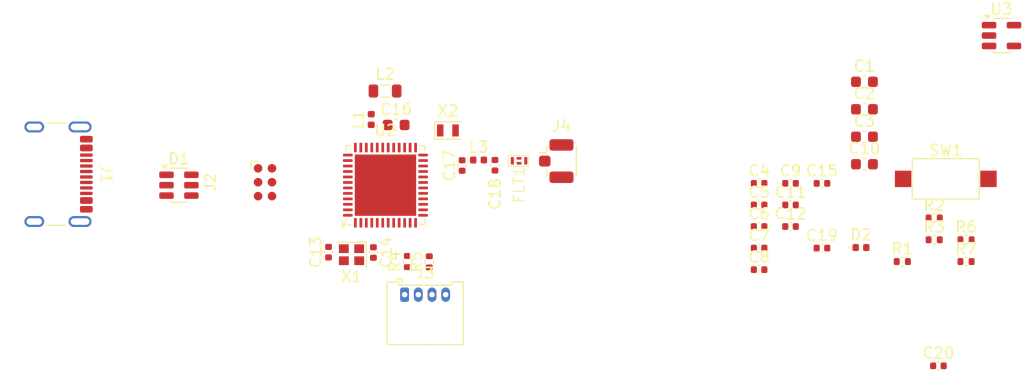
<source format=kicad_pcb>
(kicad_pcb (version 20241229) (generator "pcbnew") (generator_version "9.0")
  (layers (0 "F.Cu" signal) (4 "In1.Cu" signal) (6 "In2.Cu" signal) (2 "B.Cu" signal) (13 "F.Paste" user) (15 "B.Paste" user) (5 "F.SilkS" user "F.Silkscreen") (7 "B.SilkS" user "B.Silkscreen") (1 "F.Mask" user) (3 "B.Mask" user) (25 "Edge.Cuts" user))
  (net 0 "")
  (net 1 "+3V3")
  (net 2 "+5V")
  (net 3 "/LSE_OUT")
  (net 4 "/LSE_IN")
  (net 5 "/SWD_NRST")
  (net 6 "/SMPSFB")
  (net 7 "Net-(U2-RF1)")
  (net 8 "/RF_MATCH")
  (net 9 "/BOOT0")
  (net 10 "/USB_D-")
  (net 11 "/USBC_CC1")
  (net 12 "/USB_D+")
  (net 13 "Net-(D2-A)")
  (net 14 "Net-(D2-K)")
  (net 15 "/RF_ANT")
  (net 18 "/USBC_CC2")
  (net 19 "/SWD_CLK")
  (net 20 "/SWD_TRC")
  (net 21 "/SWD_DIO")
  (net 22 "Net-(J3-Pin_2)")
  (net 23 "Net-(J3-Pin_3)")
  (net 24 "/SMPSLXL")
  (net 25 "/SMPSLX")
  (net 26 "Net-(U2-PA2)")
  (net 27 "Net-(U2-PA3)")
  (net 28 "Net-(R7-Pad2)")
  (net 36 "/HSE_IN")
  (net 43 "/HSE_OUT")
  (footprint "Capacitor_SMD:C_0402_1005Metric" (layer "F.Cu") (at 128.865 93.835)
    (property "Reference" "C15" (at 0 -1.16 0) (layer "F.SilkS"))
    (property "Value" "100n")
    (fp_line (start -0.107836 -0.36) (end 0.107836 -0.36) (stroke (width 0.12)) (layer "F.SilkS"))
    (fp_line (start -0.107836 0.36) (end 0.107836 0.36) (stroke (width 0.12)) (layer "F.SilkS"))
    (pad "1" smd roundrect (at -0.48 0) (size 0.56 0.62) (layers "F.Cu" "F.Mask" "F.Paste") (net 5 "/SWD_NRST"))
    (pad "2" smd roundrect (at 0.48 0) (size 0.56 0.62) (layers "F.Cu" "F.Mask" "F.Paste") (net 1 "+3V3"))
  )
  (footprint "STM32_Footprints:DLF162500LT-5028A1" (layer "F.Cu") (at 101.2 91.7725)
    (property "Reference" "FLT1" (at 0.0125 2.2 90) (layer "F.SilkS") (effects (font (thickness 0.1))))
    (property "Value" "DLF162500LT-5028A1")
    (fp_line (start -1.01 -0.49) (end 0.85 -0.49) (stroke (width 0.1)) (layer "F.SilkS"))
    (fp_line (start -1.01 -0.22) (end -1.01 -0.49) (stroke (width 0.1)) (layer "F.SilkS"))
    (fp_line (start -0.98 0.5) (end -0.98 0.19) (stroke (width 0.1)) (layer "F.SilkS"))
    (fp_line (start 0.85 -0.49) (end 0.85 0.4) (stroke (width 0.1)) (layer "F.SilkS"))
    (fp_line (start 0.85 0.4) (end 0.85 0.5) (stroke (width 0.1)) (layer "F.SilkS"))
    (fp_line (start 0.85 0.5) (end -0.98 0.5) (stroke (width 0.1)) (layer "F.SilkS"))
    (fp_circle (center -1 -0.03) (end -0.95 -0.03) (stroke (width 0.1)) (fill no) (layer "F.SilkS"))
    (pad "1" smd roundrect (at -0.6125 0) (size 0.275 0.7) (layers "F.Cu" "F.Mask" "F.Paste") (net 8 "/RF_MATCH"))
    (pad "2" smd roundrect (at 0 0.2275) (size 0.45 0.245) (layers "F.Cu" "F.Mask" "F.Paste") (net 1 "+3V3"))
    (pad "3" smd roundrect (at 0.6125 0) (size 0.275 0.7) (layers "F.Cu" "F.Mask" "F.Paste") (net 15 "/RF_ANT"))
    (pad "4" smd roundrect (at 0 -0.2275) (size 0.45 0.245) (layers "F.Cu" "F.Mask" "F.Paste") (net 1 "+3V3"))
  )
  (footprint "Capacitor_SMD:C_0603_1608Metric" (layer "F.Cu") (at 132.745 92.085)
    (property "Reference" "C10" (at 0 -1.43 0) (layer "F.SilkS"))
    (property "Value" "4u7")
    (fp_line (start -0.14058 -0.51) (end 0.14058 -0.51) (stroke (width 0.12)) (layer "F.SilkS"))
    (fp_line (start -0.14058 0.51) (end 0.14058 0.51) (stroke (width 0.12)) (layer "F.SilkS"))
    (pad "1" smd roundrect (at -0.775 0) (size 0.9 0.95) (layers "F.Cu" "F.Mask" "F.Paste") (net 1 "+3V3"))
    (pad "2" smd roundrect (at 0.775 0) (size 0.9 0.95) (layers "F.Cu" "F.Mask" "F.Paste") (net 1 "+3V3"))
  )
  (footprint "Crystal:Crystal_SMD_2012-2Pin_2.0x1.2mm" (layer "F.Cu") (at 94.7 89)
    (property "Reference" "X2" (at 0 -1.8 0) (layer "F.SilkS"))
    (property "Value" "32MHz")
    (fp_line (start -1.2 -0.8) (end -1.2 0.8) (stroke (width 0.12)) (layer "F.SilkS"))
    (fp_line (start -1.2 0.8) (end 1.2 0.8) (stroke (width 0.12)) (layer "F.SilkS"))
    (fp_line (start 1.2 -0.8) (end -1.2 -0.8) (stroke (width 0.12)) (layer "F.SilkS"))
    (pad "1" smd rect (at -0.7 0) (size 0.6 1.1) (layers "F.Cu" "F.Mask" "F.Paste") (net 43 "/HSE_OUT"))
    (pad "2" smd rect (at 0.7 0) (size 0.6 1.1) (layers "F.Cu" "F.Mask" "F.Paste") (net 1 "+3V3"))
  )
  (footprint "Capacitor_SMD:C_0603_1608Metric" (layer "F.Cu") (at 132.745 89.575)
    (property "Reference" "C3" (at 0 -1.43 0) (layer "F.SilkS"))
    (property "Value" "4u7")
    (fp_line (start -0.14058 -0.51) (end 0.14058 -0.51) (stroke (width 0.12)) (layer "F.SilkS"))
    (fp_line (start -0.14058 0.51) (end 0.14058 0.51) (stroke (width 0.12)) (layer "F.SilkS"))
    (pad "1" smd roundrect (at -0.775 0) (size 0.9 0.95) (layers "F.Cu" "F.Mask" "F.Paste") (net 1 "+3V3"))
    (pad "2" smd roundrect (at 0.775 0) (size 0.9 0.95) (layers "F.Cu" "F.Mask" "F.Paste") (net 1 "+3V3"))
  )
  (footprint "Capacitor_SMD:C_0402_1005Metric" (layer "F.Cu") (at 139.5 110.5)
    (property "Reference" "C20" (at 0 -1.16 0) (layer "F.SilkS"))
    (property "Value" "0p8")
    (fp_line (start -0.107836 -0.36) (end 0.107836 -0.36) (stroke (width 0.12)) (layer "F.SilkS"))
    (fp_line (start -0.107836 0.36) (end 0.107836 0.36) (stroke (width 0.12)) (layer "F.SilkS"))
    (pad "1" smd roundrect (at -0.48 0) (size 0.56 0.62) (layers "F.Cu" "F.Mask" "F.Paste") (net 7 "Net-(U2-RF1)"))
    (pad "2" smd roundrect (at 0.48 0) (size 0.56 0.62) (layers "F.Cu" "F.Mask" "F.Paste") (net 1 "+3V3"))
  )
  (footprint "Capacitor_SMD:C_0603_1608Metric" (layer "F.Cu") (at 132.745 84.555)
    (property "Reference" "C1" (at 0 -1.43 0) (layer "F.SilkS"))
    (property "Value" "4u7")
    (fp_line (start -0.14058 -0.51) (end 0.14058 -0.51) (stroke (width 0.12)) (layer "F.SilkS"))
    (fp_line (start -0.14058 0.51) (end 0.14058 0.51) (stroke (width 0.12)) (layer "F.SilkS"))
    (pad "1" smd roundrect (at -0.775 0) (size 0.9 0.95) (layers "F.Cu" "F.Mask" "F.Paste") (net 2 "+5V"))
    (pad "2" smd roundrect (at 0.775 0) (size 0.9 0.95) (layers "F.Cu" "F.Mask" "F.Paste") (net 1 "+3V3"))
  )
  (footprint "Button_Switch_SMD:SW_SPST_CK_RS282G05A3" (layer "F.Cu") (at 140.175 93.425)
    (property "Reference" "SW1" (at 0 -2.6 0) (layer "F.SilkS"))
    (property "Value" "SW_Push")
    (fp_line (start -3.06 -1.85) (end 3.06 -1.85) (stroke (width 0.12)) (layer "F.SilkS"))
    (fp_line (start -3.06 1.85) (end -3.06 -1.85) (stroke (width 0.12)) (layer "F.SilkS"))
    (fp_line (start 3.06 -1.85) (end 3.06 1.85) (stroke (width 0.12)) (layer "F.SilkS"))
    (fp_line (start 3.06 1.85) (end -3.06 1.85) (stroke (width 0.12)) (layer "F.SilkS"))
    (pad "1" smd rect (at -3.9 0) (size 1.5 1.5) (layers "F.Cu" "F.Mask" "F.Paste") (net 28 "Net-(R7-Pad2)"))
    (pad "2" smd rect (at 3.9 0) (size 1.5 1.5) (layers "F.Cu" "F.Mask" "F.Paste") (net 1 "+3V3"))
  )
  (footprint "Capacitor_SMD:C_0402_1005Metric" (layer "F.Cu") (at 123.125 95.805)
    (property "Reference" "C5" (at 0 -1.16 0) (layer "F.SilkS"))
    (property "Value" "100n")
    (fp_line (start -0.107836 -0.36) (end 0.107836 -0.36) (stroke (width 0.12)) (layer "F.SilkS"))
    (fp_line (start -0.107836 0.36) (end 0.107836 0.36) (stroke (width 0.12)) (layer "F.SilkS"))
    (pad "1" smd roundrect (at -0.48 0) (size 0.56 0.62) (layers "F.Cu" "F.Mask" "F.Paste") (net 1 "+3V3"))
    (pad "2" smd roundrect (at 0.48 0) (size 0.56 0.62) (layers "F.Cu" "F.Mask" "F.Paste") (net 1 "+3V3"))
  )
  (footprint "Capacitor_SMD:C_0402_1005Metric" (layer "F.Cu") (at 87.9 100.15 -90)
    (property "Reference" "C14" (at 0 -1.16 90) (layer "F.SilkS"))
    (property "Value" "10p")
    (fp_line (start -0.107836 0.36) (end 0.107836 0.36) (stroke (width 0.12)) (layer "F.SilkS"))
    (fp_line (start -0.107836 -0.36) (end 0.107836 -0.36) (stroke (width 0.12)) (layer "F.SilkS"))
    (pad "1" smd roundrect (at -0.48 0 270) (size 0.56 0.62) (layers "F.Cu" "F.Mask" "F.Paste") (net 4 "/LSE_IN"))
    (pad "2" smd roundrect (at 0.48 0 270) (size 0.56 0.62) (layers "F.Cu" "F.Mask" "F.Paste") (net 1 "+3V3"))
  )
  (footprint "Crystal:Crystal_SMD_2016-4Pin_2.0x1.6mm" (layer "F.Cu") (at 85.9 100.35 180)
    (property "Reference" "X1" (at 0 -2 0) (layer "F.SilkS"))
    (property "Value" "32kHz768")
    (fp_line (start -1.35 1.15) (end 1.35 1.15) (stroke (width 0.12)) (layer "F.SilkS"))
    (fp_line (start -1.35 -1.15) (end -1.35 1.15) (stroke (width 0.12)) (layer "F.SilkS"))
    (pad "1" smd rect (at -0.7 0.55 180) (size 0.9 0.8) (layers "F.Cu" "F.Mask" "F.Paste") (net 3 "/LSE_OUT"))
    (pad "2" smd rect (at 0.7 0.55 180) (size 0.9 0.8) (layers "F.Cu" "F.Mask" "F.Paste") (net 4 "/LSE_IN"))
    (pad "3" smd rect (at 0.7 -0.55 180) (size 0.9 0.8) (layers "F.Cu" "F.Mask" "F.Paste"))
    (pad "4" smd rect (at -0.7 -0.55 180) (size 0.9 0.8) (layers "F.Cu" "F.Mask" "F.Paste"))
  )
  (footprint "Capacitor_SMD:C_0402_1005Metric" (layer "F.Cu") (at 123.125 101.715)
    (property "Reference" "C8" (at 0 -1.16 0) (layer "F.SilkS"))
    (property "Value" "100n")
    (fp_line (start -0.107836 -0.36) (end 0.107836 -0.36) (stroke (width 0.12)) (layer "F.SilkS"))
    (fp_line (start -0.107836 0.36) (end 0.107836 0.36) (stroke (width 0.12)) (layer "F.SilkS"))
    (pad "1" smd roundrect (at -0.48 0) (size 0.56 0.62) (layers "F.Cu" "F.Mask" "F.Paste") (net 1 "+3V3"))
    (pad "2" smd roundrect (at 0.48 0) (size 0.56 0.62) (layers "F.Cu" "F.Mask" "F.Paste") (net 1 "+3V3"))
  )
  (footprint "Capacitor_SMD:C_0402_1005Metric" (layer "F.Cu") (at 96 92.2 90)
    (property "Reference" "C17" (at 0 -1.16 90) (layer "F.SilkS"))
    (property "Value" "0p8")
    (fp_line (start -0.107836 -0.36) (end 0.107836 -0.36) (stroke (width 0.12)) (layer "F.SilkS"))
    (fp_line (start -0.107836 0.36) (end 0.107836 0.36) (stroke (width 0.12)) (layer "F.SilkS"))
    (pad "1" smd roundrect (at -0.48 0 90) (size 0.56 0.62) (layers "F.Cu" "F.Mask" "F.Paste") (net 7 "Net-(U2-RF1)"))
    (pad "2" smd roundrect (at 0.48 0 90) (size 0.56 0.62) (layers "F.Cu" "F.Mask" "F.Paste") (net 1 "+3V3"))
  )
  (footprint "Capacitor_SMD:C_0402_1005Metric" (layer "F.Cu") (at 123.125 93.835)
    (property "Reference" "C4" (at 0 -1.16 0) (layer "F.SilkS"))
    (property "Value" "100n")
    (fp_line (start -0.107836 -0.36) (end 0.107836 -0.36) (stroke (width 0.12)) (layer "F.SilkS"))
    (fp_line (start -0.107836 0.36) (end 0.107836 0.36) (stroke (width 0.12)) (layer "F.SilkS"))
    (pad "1" smd roundrect (at -0.48 0) (size 0.56 0.62) (layers "F.Cu" "F.Mask" "F.Paste") (net 1 "+3V3"))
    (pad "2" smd roundrect (at 0.48 0) (size 0.56 0.62) (layers "F.Cu" "F.Mask" "F.Paste") (net 1 "+3V3"))
  )
  (footprint "Capacitor_SMD:C_0402_1005Metric" (layer "F.Cu") (at 128.865 99.745)
    (property "Reference" "C19" (at 0 -1.16 0) (layer "F.SilkS"))
    (property "Value" "100n")
    (fp_line (start -0.107836 -0.36) (end 0.107836 -0.36) (stroke (width 0.12)) (layer "F.SilkS"))
    (fp_line (start -0.107836 0.36) (end 0.107836 0.36) (stroke (width 0.12)) (layer "F.SilkS"))
    (pad "1" smd roundrect (at -0.48 0) (size 0.56 0.62) (layers "F.Cu" "F.Mask" "F.Paste") (net 9 "/BOOT0"))
    (pad "2" smd roundrect (at 0.48 0) (size 0.56 0.62) (layers "F.Cu" "F.Mask" "F.Paste") (net 1 "+3V3"))
  )
  (footprint "Capacitor_SMD:C_0402_1005Metric" (layer "F.Cu") (at 125.995 95.805)
    (property "Reference" "C11" (at 0 -1.16 0) (layer "F.SilkS"))
    (property "Value" "100n")
    (fp_line (start -0.107836 -0.36) (end 0.107836 -0.36) (stroke (width 0.12)) (layer "F.SilkS"))
    (fp_line (start -0.107836 0.36) (end 0.107836 0.36) (stroke (width 0.12)) (layer "F.SilkS"))
    (pad "1" smd roundrect (at -0.48 0) (size 0.56 0.62) (layers "F.Cu" "F.Mask" "F.Paste") (net 1 "+3V3"))
    (pad "2" smd roundrect (at 0.48 0) (size 0.56 0.62) (layers "F.Cu" "F.Mask" "F.Paste") (net 1 "+3V3"))
  )
  (footprint "Inductor_SMD:L_0402_1005Metric" (layer "F.Cu") (at 97.5 91.7)
    (property "Reference" "L3" (at 0 -1.17 0) (layer "F.SilkS"))
    (property "Value" "2n7")
    (pad "1" smd roundrect (at -0.485 0) (size 0.59 0.64) (layers "F.Cu" "F.Mask" "F.Paste") (net 7 "Net-(U2-RF1)"))
    (pad "2" smd roundrect (at 0.485 0) (size 0.59 0.64) (layers "F.Cu" "F.Mask" "F.Paste") (net 8 "/RF_MATCH"))
  )
  (footprint "Inductor_SMD:L_0805_2012Metric" (layer "F.Cu") (at 88.9625 85.4)
    (property "Reference" "L2" (at 0 -1.55 0) (layer "F.SilkS"))
    (property "Value" "10u")
    (fp_line (start -0.399622 -0.56) (end 0.399622 -0.56) (stroke (width 0.12)) (layer "F.SilkS"))
    (fp_line (start -0.399622 0.56) (end 0.399622 0.56) (stroke (width 0.12)) (layer "F.SilkS"))
    (pad "1" smd roundrect (at -1.0625 0) (size 0.875 1.2) (layers "F.Cu" "F.Mask" "F.Paste") (net 24 "/SMPSLXL"))
    (pad "2" smd roundrect (at 1.0625 0) (size 0.875 1.2) (layers "F.Cu" "F.Mask" "F.Paste") (net 6 "/SMPSFB"))
  )
  (footprint "Capacitor_SMD:C_0402_1005Metric" (layer "F.Cu") (at 83.8 100.12 90)
    (property "Reference" "C13" (at 0 -1.16 90) (layer "F.SilkS"))
    (property "Value" "10p")
    (fp_line (start -0.107836 -0.36) (end 0.107836 -0.36) (stroke (width 0.12)) (layer "F.SilkS"))
    (fp_line (start -0.107836 0.36) (end 0.107836 0.36) (stroke (width 0.12)) (layer "F.SilkS"))
    (pad "1" smd roundrect (at -0.48 0 90) (size 0.56 0.62) (layers "F.Cu" "F.Mask" "F.Paste") (net 3 "/LSE_OUT"))
    (pad "2" smd roundrect (at 0.48 0 90) (size 0.56 0.62) (layers "F.Cu" "F.Mask" "F.Paste") (net 1 "+3V3"))
  )
  (footprint "Resistor_SMD:R_0402_1005Metric" (layer "F.Cu") (at 139.115 96.995)
    (property "Reference" "R2" (at 0 -1.17 0) (layer "F.SilkS"))
    (property "Value" "5k1")
    (fp_line (start -0.153641 -0.38) (end 0.153641 -0.38) (stroke (width 0.12)) (layer "F.SilkS"))
    (fp_line (start -0.153641 0.38) (end 0.153641 0.38) (stroke (width 0.12)) (layer "F.SilkS"))
    (pad "1" smd roundrect (at -0.51 0) (size 0.54 0.64) (layers "F.Cu" "F.Mask" "F.Paste") (net 11 "/USBC_CC1"))
    (pad "2" smd roundrect (at 0.51 0) (size 0.54 0.64) (layers "F.Cu" "F.Mask" "F.Paste") (net 1 "+3V3"))
  )
  (footprint "Resistor_SMD:R_0402_1005Metric" (layer "F.Cu") (at 136.205 100.975)
    (property "Reference" "R1" (at 0 -1.17 0) (layer "F.SilkS"))
    (property "Value" "5k1")
    (fp_line (start -0.153641 -0.38) (end 0.153641 -0.38) (stroke (width 0.12)) (layer "F.SilkS"))
    (fp_line (start -0.153641 0.38) (end 0.153641 0.38) (stroke (width 0.12)) (layer "F.SilkS"))
    (pad "1" smd roundrect (at -0.51 0) (size 0.54 0.64) (layers "F.Cu" "F.Mask" "F.Paste") (net 18 "/USBC_CC2"))
    (pad "2" smd roundrect (at 0.51 0) (size 0.54 0.64) (layers "F.Cu" "F.Mask" "F.Paste") (net 1 "+3V3"))
  )
  (footprint "Capacitor_SMD:C_0603_1608Metric" (layer "F.Cu") (at 132.745 87.065)
    (property "Reference" "C2" (at 0 -1.43 0) (layer "F.SilkS"))
    (property "Value" "4u7")
    (fp_line (start -0.14058 -0.51) (end 0.14058 -0.51) (stroke (width 0.12)) (layer "F.SilkS"))
    (fp_line (start -0.14058 0.51) (end 0.14058 0.51) (stroke (width 0.12)) (layer "F.SilkS"))
    (pad "1" smd roundrect (at -0.775 0) (size 0.9 0.95) (layers "F.Cu" "F.Mask" "F.Paste") (net 1 "+3V3"))
    (pad "2" smd roundrect (at 0.775 0) (size 0.9 0.95) (layers "F.Cu" "F.Mask" "F.Paste") (net 1 "+3V3"))
  )
  (footprint "LED_SMD:LED_0402_1005Metric" (layer "F.Cu") (at 132.43 99.695)
    (property "Reference" "D2" (at 0 -1.17 0) (layer "F.SilkS"))
    (property "Value" "LED")
    (fp_circle (center -1.09 0) (end -1.04 0) (stroke (width 0.1)) (fill no) (layer "F.SilkS"))
    (pad "1" smd roundrect (at -0.485 0) (size 0.59 0.64) (layers "F.Cu" "F.Mask" "F.Paste") (net 14 "Net-(D2-K)"))
    (pad "2" smd roundrect (at 0.485 0) (size 0.59 0.64) (layers "F.Cu" "F.Mask" "F.Paste") (net 13 "Net-(D2-A)"))
  )
  (footprint "Capacitor_SMD:C_0402_1005Metric" (layer "F.Cu") (at 125.995 97.775)
    (property "Reference" "C12" (at 0 -1.16 0) (layer "F.SilkS"))
    (property "Value" "100n")
    (fp_line (start -0.107836 -0.36) (end 0.107836 -0.36) (stroke (width 0.12)) (layer "F.SilkS"))
    (fp_line (start -0.107836 0.36) (end 0.107836 0.36) (stroke (width 0.12)) (layer "F.SilkS"))
    (pad "1" smd roundrect (at -0.48 0) (size 0.56 0.62) (layers "F.Cu" "F.Mask" "F.Paste") (net 1 "+3V3"))
    (pad "2" smd roundrect (at 0.48 0) (size 0.56 0.62) (layers "F.Cu" "F.Mask" "F.Paste") (net 1 "+3V3"))
  )
  (footprint "Resistor_SMD:R_0402_1005Metric" (layer "F.Cu") (at 91 100.975 90)
    (property "Reference" "R4" (at 0 -1.17 90) (layer "F.SilkS"))
    (property "Value" "220")
    (fp_line (start -0.153641 -0.38) (end 0.153641 -0.38) (stroke (width 0.12)) (layer "F.SilkS"))
    (fp_line (start -0.153641 0.38) (end 0.153641 0.38) (stroke (width 0.12)) (layer "F.SilkS"))
    (pad "1" smd roundrect (at -0.51 0 90) (size 0.54 0.64) (layers "F.Cu" "F.Mask" "F.Paste") (net 22 "Net-(J3-Pin_2)"))
    (pad "2" smd roundrect (at 0.51 0 90) (size 0.54 0.64) (layers "F.Cu" "F.Mask" "F.Paste") (net 26 "Net-(U2-PA2)"))
  )
  (footprint "Package_DFN_QFN:QFN-48-1EP_7x7mm_P0.5mm_EP5.6x5.6mm" (layer "F.Cu") (at 89 94 90)
    (property "Reference" "U2" (at 5 0 180) (layer "F.SilkS"))
    (property "Value" "STM32WB55CEU6")
    (fp_line (start 3.61 -3.61) (end 3.61 -3.135) (stroke (width 0.12)) (layer "F.SilkS"))
    (fp_line (start 3.135 -3.61) (end 3.61 -3.61) (stroke (width 0.12)) (layer "F.SilkS"))
    (fp_line (start -3.135 -3.61) (end -3.31 -3.61) (stroke (width 0.12)) (layer "F.SilkS"))
    (fp_line (start -3.61 -3.135) (end -3.61 -3.37) (stroke (width 0.12)) (layer "F.SilkS"))
    (fp_line (start 3.61 3.61) (end 3.61 3.135) (stroke (width 0.12)) (layer "F.SilkS"))
    (fp_line (start 3.135 3.61) (end 3.61 3.61) (stroke (width 0.12)) (layer "F.SilkS"))
    (fp_line (start -3.135 3.61) (end -3.61 3.61) (stroke (width 0.12)) (layer "F.SilkS"))
    (fp_line (start -3.61 3.61) (end -3.61 3.135) (stroke (width 0.12)) (layer "F.SilkS"))
    (fp_poly (pts (xy -3.61 -3.61) (xy -3.85 -3.94) (xy -3.37 -3.94)) (stroke (width 0.12)) (fill yes) (layer "F.SilkS"))
    (pad "1" smd roundrect (at -3.4375 -2.75 90) (size 0.875 0.25) (layers "F.Cu" "F.Mask" "F.Paste") (net 1 "+3V3"))
    (pad "2" smd roundrect (at -3.4375 -2.25 90) (size 0.875 0.25) (layers "F.Cu" "F.Mask" "F.Paste") (net 4 "/LSE_IN"))
    (pad "3" smd roundrect (at -3.4375 -1.75 90) (size 0.875 0.25) (layers "F.Cu" "F.Mask" "F.Paste") (net 3 "/LSE_OUT"))
    (pad "4" smd roundrect (at -3.4375 -1.25 90) (size 0.875 0.25) (layers "F.Cu" "F.Mask" "F.Paste") (net 9 "/BOOT0"))
    (pad "5" smd roundrect (at -3.4375 -0.75 90) (size 0.875 0.25) (layers "F.Cu" "F.Mask" "F.Paste"))
    (pad "6" smd roundrect (at -3.4375 -0.25 90) (size 0.875 0.25) (layers "F.Cu" "F.Mask" "F.Paste"))
    (pad "7" smd roundrect (at -3.4375 0.25 90) (size 0.875 0.25) (layers "F.Cu" "F.Mask" "F.Paste") (net 5 "/SWD_NRST"))
    (pad "8" smd roundrect (at -3.4375 0.75 90) (size 0.875 0.25) (layers "F.Cu" "F.Mask" "F.Paste") (net 1 "+3V3"))
    (pad "9" smd roundrect (at -3.4375 1.25 90) (size 0.875 0.25) (layers "F.Cu" "F.Mask" "F.Paste"))
    (pad "10" smd roundrect (at -3.4375 1.75 90) (size 0.875 0.25) (layers "F.Cu" "F.Mask" "F.Paste"))
    (pad "11" smd roundrect (at -3.4375 2.25 90) (size 0.875 0.25) (layers "F.Cu" "F.Mask" "F.Paste") (net 26 "Net-(U2-PA2)"))
    (pad "12" smd roundrect (at -3.4375 2.75 90) (size 0.875 0.25) (layers "F.Cu" "F.Mask" "F.Paste") (net 27 "Net-(U2-PA3)"))
    (pad "13" smd roundrect (at -2.75 3.4375 90) (size 0.25 0.875) (layers "F.Cu" "F.Mask" "F.Paste"))
    (pad "14" smd roundrect (at -2.25 3.4375 90) (size 0.25 0.875) (layers "F.Cu" "F.Mask" "F.Paste"))
    (pad "15" smd roundrect (at -1.75 3.4375 90) (size 0.25 0.875) (layers "F.Cu" "F.Mask" "F.Paste"))
    (pad "16" smd roundrect (at -1.25 3.4375 90) (size 0.25 0.875) (layers "F.Cu" "F.Mask" "F.Paste") (net 13 "Net-(D2-A)"))
    (pad "17" smd roundrect (at -0.75 3.4375 90) (size 0.25 0.875) (layers "F.Cu" "F.Mask" "F.Paste"))
    (pad "18" smd roundrect (at -0.25 3.4375 90) (size 0.25 0.875) (layers "F.Cu" "F.Mask" "F.Paste"))
    (pad "19" smd roundrect (at 0.25 3.4375 90) (size 0.25 0.875) (layers "F.Cu" "F.Mask" "F.Paste"))
    (pad "20" smd roundrect (at 0.75 3.4375 90) (size 0.25 0.875) (layers "F.Cu" "F.Mask" "F.Paste") (net 1 "+3V3"))
    (pad "21" smd roundrect (at 1.25 3.4375 90) (size 0.25 0.875) (layers "F.Cu" "F.Mask" "F.Paste") (net 7 "Net-(U2-RF1)"))
    (pad "22" smd roundrect (at 1.75 3.4375 90) (size 0.25 0.875) (layers "F.Cu" "F.Mask" "F.Paste") (net 1 "+3V3"))
    (pad "23" smd roundrect (at 2.25 3.4375 90) (size 0.25 0.875) (layers "F.Cu" "F.Mask" "F.Paste") (net 1 "+3V3"))
    (pad "24" smd roundrect (at 2.75 3.4375 90) (size 0.25 0.875) (layers "F.Cu" "F.Mask" "F.Paste") (net 43 "/HSE_OUT"))
    (pad "25" smd roundrect (at 3.4375 2.75 90) (size 0.875 0.25) (layers "F.Cu" "F.Mask" "F.Paste") (net 36 "/HSE_IN"))
    (pad "26" smd roundrect (at 3.4375 2.25 90) (size 0.875 0.25) (layers "F.Cu" "F.Mask" "F.Paste"))
    (pad "27" smd roundrect (at 3.4375 1.75 90) (size 0.875 0.25) (layers "F.Cu" "F.Mask" "F.Paste"))
    (pad "28" smd roundrect (at 3.4375 1.25 90) (size 0.875 0.25) (layers "F.Cu" "F.Mask" "F.Paste"))
    (pad "29" smd roundrect (at 3.4375 0.75 90) (size 0.875 0.25) (layers "F.Cu" "F.Mask" "F.Paste"))
    (pad "30" smd roundrect (at 3.4375 0.25 90) (size 0.875 0.25) (layers "F.Cu" "F.Mask" "F.Paste"))
    (pad "31" smd roundrect (at 3.4375 -0.25 90) (size 0.875 0.25) (layers "F.Cu" "F.Mask" "F.Paste") (net 6 "/SMPSFB"))
    (pad "32" smd roundrect (at 3.4375 -0.75 90) (size 0.875 0.25) (layers "F.Cu" "F.Mask" "F.Paste") (net 1 "+3V3"))
    (pad "33" smd roundrect (at 3.4375 -1.25 90) (size 0.875 0.25) (layers "F.Cu" "F.Mask" "F.Paste") (net 25 "/SMPSLX"))
    (pad "34" smd roundrect (at 3.4375 -1.75 90) (size 0.875 0.25) (layers "F.Cu" "F.Mask" "F.Paste") (net 1 "+3V3"))
    (pad "35" smd roundrect (at 3.4375 -2.25 90) (size 0.875 0.25) (layers "F.Cu" "F.Mask" "F.Paste") (net 1 "+3V3"))
    (pad "36" smd roundrect (at 3.4375 -2.75 90) (size 0.875 0.25) (layers "F.Cu" "F.Mask" "F.Paste"))
    (pad "37" smd roundrect (at 2.75 -3.4375 90) (size 0.25 0.875) (layers "F.Cu" "F.Mask" "F.Paste") (net 10 "/USB_D-"))
    (pad "38" smd roundrect (at 2.25 -3.4375 90) (size 0.25 0.875) (layers "F.Cu" "F.Mask" "F.Paste") (net 12 "/USB_D+"))
    (pad "39" smd roundrect (at 1.75 -3.4375 90) (size 0.25 0.875) (layers "F.Cu" "F.Mask" "F.Paste") (net 21 "/SWD_DIO"))
    (pad "40" smd roundrect (at 1.25 -3.4375 90) (size 0.25 0.875) (layers "F.Cu" "F.Mask" "F.Paste") (net 1 "+3V3"))
    (pad "41" smd roundrect (at 0.75 -3.4375 90) (size 0.25 0.875) (layers "F.Cu" "F.Mask" "F.Paste") (net 19 "/SWD_CLK"))
    (pad "42" smd roundrect (at 0.25 -3.4375 90) (size 0.25 0.875) (layers "F.Cu" "F.Mask" "F.Paste"))
    (pad "43" smd roundrect (at -0.25 -3.4375 90) (size 0.25 0.875) (layers "F.Cu" "F.Mask" "F.Paste") (net 20 "/SWD_TRC"))
    (pad "44" smd roundrect (at -0.75 -3.4375 90) (size 0.25 0.875) (layers "F.Cu" "F.Mask" "F.Paste"))
    (pad "45" smd roundrect (at -1.25 -3.4375 90) (size 0.25 0.875) (layers "F.Cu" "F.Mask" "F.Paste"))
    (pad "46" smd roundrect (at -1.75 -3.4375 90) (size 0.25 0.875) (layers "F.Cu" "F.Mask" "F.Paste"))
    (pad "47" smd roundrect (at -2.25 -3.4375 90) (size 0.25 0.875) (layers "F.Cu" "F.Mask" "F.Paste"))
    (pad "48" smd roundrect (at -2.75 -3.4375 90) (size 0.25 0.875) (layers "F.Cu" "F.Mask" "F.Paste") (net 1 "+3V3"))
    (pad "49" smd rect (at 0 0 90) (size 5.6 5.6) (property pad_prop_heatsink) (layers "F.Cu" "F.Mask") (net 1 "+3V3"))
  )
  (footprint "Inductor_SMD:L_0402_1005Metric" (layer "F.Cu") (at 87.7 88 90)
    (property "Reference" "L1" (at 0 -1.17 90) (layer "F.SilkS"))
    (property "Value" "10n")
    (pad "1" smd roundrect (at -0.485 0 90) (size 0.59 0.64) (layers "F.Cu" "F.Mask" "F.Paste") (net 25 "/SMPSLX"))
    (pad "2" smd roundrect (at 0.485 0 90) (size 0.59 0.64) (layers "F.Cu" "F.Mask" "F.Paste") (net 24 "/SMPSLXL"))
  )
  (footprint "Connector_USB:USB_C_Receptacle_GCT_USB4105-xx-A_16P_TopMnt_Horizontal" (layer "F.Cu") (at 58 93 -90)
    (property "Reference" "J1" (at 0 -5.5 270) (layer "F.SilkS"))
    (property "Value" "USB_C_Receptacle_USB2.0_16P")
    (fp_line (start -4.67 -0.1) (end -4.67 -1.8) (stroke (width 0.12)) (layer "F.SilkS"))
    (fp_line (start 4.67 -0.1) (end 4.67 -1.8) (stroke (width 0.12)) (layer "F.SilkS"))
    (pad "" np_thru_hole circle (at -2.89 -2.605 270) (size 0.65 0.65) (drill 0.65) (layers "F&B.Cu" "*.Mask"))
    (pad "" np_thru_hole circle (at 2.89 -2.605 270) (size 0.65 0.65) (drill 0.65) (layers "F&B.Cu" "*.Mask"))
    (pad "A1" smd roundrect (at -3.2 -3.68 270) (size 0.6 1.15) (layers "F.Cu" "F.Mask" "F.Paste") (net 1 "+3V3"))
    (pad "A4" smd roundrect (at -2.4 -3.68 270) (size 0.6 1.15) (layers "F.Cu" "F.Mask" "F.Paste") (net 2 "+5V"))
    (pad "A5" smd roundrect (at -1.25 -3.68 270) (size 0.3 1.15) (layers "F.Cu" "F.Mask" "F.Paste") (net 11 "/USBC_CC1"))
    (pad "A6" smd roundrect (at -0.25 -3.68 270) (size 0.3 1.15) (layers "F.Cu" "F.Mask" "F.Paste") (net 11 "/USBC_CC1"))
    (pad "A7" smd roundrect (at 0.25 -3.68 270) (size 0.3 1.15) (layers "F.Cu" "F.Mask" "F.Paste") (net 11 "/USBC_CC1"))
    (pad "A8" smd roundrect (at 1.25 -3.68 270) (size 0.3 1.15) (layers "F.Cu" "F.Mask" "F.Paste"))
    (pad "A9" smd roundrect (at 2.4 -3.68 270) (size 0.6 1.15) (layers "F.Cu" "F.Mask" "F.Paste") (net 2 "+5V"))
    (pad "A12" smd roundrect (at 3.2 -3.68 270) (size 0.6 1.15) (layers "F.Cu" "F.Mask" "F.Paste") (net 1 "+3V3"))
    (pad "B1" smd roundrect (at 3.2 -3.68 270) (size 0.6 1.15) (layers "F.Cu" "F.Mask" "F.Paste") (net 1 "+3V3"))
    (pad "B4" smd roundrect (at 2.4 -3.68 270) (size 0.6 1.15) (layers "F.Cu" "F.Mask" "F.Paste") (net 2 "+5V"))
    (pad "B5" smd roundrect (at 1.75 -3.68 270) (size 0.3 1.15) (layers "F.Cu" "F.Mask" "F.Paste") (net 18 "/USBC_CC2"))
    (pad "B6" smd roundrect (at 0.75 -3.68 270) (size 0.3 1.15) (layers "F.Cu" "F.Mask" "F.Paste") (net 11 "/USBC_CC1"))
    (pad "B7" smd roundrect (at -0.75 -3.68 270) (size 0.3 1.15) (layers "F.Cu" "F.Mask" "F.Paste") (net 11 "/USBC_CC1"))
    (pad "B8" smd roundrect (at -1.75 -3.68 270) (size 0.3 1.15) (layers "F.Cu" "F.Mask" "F.Paste"))
    (pad "B9" smd roundrect (at -2.4 -3.68 270) (size 0.6 1.15) (layers "F.Cu" "F.Mask" "F.Paste") (net 2 "+5V"))
    (pad "B12" smd roundrect (at -3.2 -3.68 270) (size 0.6 1.15) (layers "F.Cu" "F.Mask" "F.Paste") (net 1 "+3V3"))
    (pad "S1" thru_hole oval (at -4.32 -3.105 270) (size 1 2.1) (drill oval 0.6 1.7) (property pad_prop_heatsink) (layers "*.Cu" "*.Mask" "F.Paste") (net 1 "+3V3"))
    (pad "S1" thru_hole oval (at -4.32 1.075 270) (size 1 1.8) (drill oval 0.6 1.4) (property pad_prop_heatsink) (layers "*.Cu" "*.Mask" "F.Paste") (net 1 "+3V3"))
    (pad "S1" thru_hole oval (at 4.32 -3.105 270) (size 1 2.1) (drill oval 0.6 1.7) (property pad_prop_heatsink) (layers "*.Cu" "*.Mask" "F.Paste") (net 1 "+3V3"))
    (pad "S1" thru_hole oval (at 4.32 1.075 270) (size 1 1.8) (drill oval 0.6 1.4) (property pad_prop_heatsink) (layers "*.Cu" "*.Mask" "F.Paste") (net 1 "+3V3"))
  )
  (footprint "Connector_Coaxial:U.FL_Hirose_U.FL-R-SMT-1_Vertical" (layer "F.Cu") (at 104.6 91.8)
    (property "Reference" "J4" (at 0.475 -3.2 0) (layer "F.SilkS"))
    (property "Value" "Conn_Coaxial")
    (fp_line (start -0.885 -1.4) (end -0.885 -0.76) (stroke (width 0.12)) (layer "F.SilkS"))
    (fp_line (start -0.885 -0.76) (end -1.515 -0.76) (stroke (width 0.12)) (layer "F.SilkS"))
    (fp_line (start -0.885 1.4) (end -0.885 0.76) (stroke (width 0.12)) (layer "F.SilkS"))
    (fp_line (start 1.835 -1.35) (end 1.835 1.35) (stroke (width 0.12)) (layer "F.SilkS"))
    (pad "1" smd roundrect (at -1.05 0) (size 1.05 1) (layers "F.Cu" "F.Mask" "F.Paste") (net 15 "/RF_ANT"))
    (pad "2" smd roundrect (at 0.475 -1.475) (size 2.2 1.05) (layers "F.Cu" "F.Mask" "F.Paste") (roundrect_rratio 0.2380952381) (net 1 "+3V3"))
    (pad "2" smd roundrect (at 0.475 1.475) (size 2.2 1.05) (layers "F.Cu" "F.Mask" "F.Paste") (roundrect_rratio 0.2380952381) (net 1 "+3V3"))
  )
  (footprint "Resistor_SMD:R_0402_1005Metric" (layer "F.Cu") (at 142.025 98.985)
    (property "Reference" "R6" (at 0 -1.17 0) (layer "F.SilkS"))
    (property "Value" "5k1")
    (fp_line (start -0.153641 -0.38) (end 0.153641 -0.38) (stroke (width 0.12)) (layer "F.SilkS"))
    (fp_line (start -0.153641 0.38) (end 0.153641 0.38) (stroke (width 0.12)) (layer "F.SilkS"))
    (pad "1" smd roundrect (at -0.51 0) (size 0.54 0.64) (layers "F.Cu" "F.Mask" "F.Paste") (net 9 "/BOOT0"))
    (pad "2" smd roundrect (at 0.51 0) (size 0.54 0.64) (layers "F.Cu" "F.Mask" "F.Paste") (net 1 "+3V3"))
  )
  (footprint "Connector:Tag-Connect_TC2030-IDC-FP_2x03_P1.27mm_Vertical" (layer "F.Cu") (at 78 93.73 -90)
    (property "Reference" "J2" (at 0 5 90) (layer "F.SilkS"))
    (property "Value" "TC2030")
    (fp_line (start -1.905 1.27) (end -1.905 0.635) (stroke (width 0.12)) (layer "F.SilkS"))
    (fp_line (start -1.27 1.27) (end -1.905 1.27) (stroke (width 0.12)) (layer "F.SilkS"))
    (pad "" np_thru_hole circle (at -2.54 -2.54 270) (size 2.3749 2.3749) (drill 2.3749) (layers "*.Cu" "*.Mask"))
    (pad "" np_thru_hole circle (at -2.54 0 270) (size 0.9906 0.9906) (drill 0.9906) (layers "*.Cu" "*.Mask"))
    (pad "" np_thru_hole circle (at -2.54 2.54 270) (size 2.3749 2.3749) (drill 2.3749) (layers "*.Cu" "*.Mask"))
    (pad "" np_thru_hole circle (at 0.635 -2.54 270) (size 2.3749 2.3749) (drill 2.3749) (layers "*.Cu" "*.Mask"))
    (pad "" np_thru_hole circle (at 0.635 2.54 270) (size 2.3749 2.3749) (drill 2.3749) (layers "*.Cu" "*.Mask"))
    (pad "" np_thru_hole circle (at 2.54 -1.016 270) (size 0.9906 0.9906) (drill 0.9906) (layers "*.Cu" "*.Mask"))
    (pad "" np_thru_hole circle (at 2.54 1.016 270) (size 0.9906 0.9906) (drill 0.9906) (layers "*.Cu" "*.Mask"))
    (pad "1" connect circle (at -1.27 0.635 270) (size 0.7874 0.7874) (layers "F.Cu" "F.Mask") (net 1 "+3V3"))
    (pad "2" connect circle (at -1.27 -0.635 270) (size 0.7874 0.7874) (layers "F.Cu" "F.Mask") (net 21 "/SWD_DIO"))
    (pad "3" connect circle (at 0 0.635 270) (size 0.7874 0.7874) (layers "F.Cu" "F.Mask"))
    (pad "4" connect circle (at 0 -0.635 270) (size 0.7874 0.7874) (layers "F.Cu" "F.Mask") (net 19 "/SWD_CLK"))
    (pad "5" connect circle (at 1.27 0.635 270) (size 0.7874 0.7874) (layers "F.Cu" "F.Mask") (net 1 "+3V3"))
    (pad "6" connect circle (at 1.27 -0.635 270) (size 0.7874 0.7874) (layers "F.Cu" "F.Mask") (net 20 "/SWD_TRC"))
  )
  (footprint "Capacitor_SMD:C_0402_1005Metric" (layer "F.Cu") (at 99 92.18 -90)
    (property "Reference" "C18" (at 2.62 0 90) (layer "F.SilkS"))
    (property "Value" "0p3")
    (fp_line (start -0.107836 0.36) (end 0.107836 0.36) (stroke (width 0.12)) (layer "F.SilkS"))
    (fp_line (start -0.107836 -0.36) (end 0.107836 -0.36) (stroke (width 0.12)) (layer "F.SilkS"))
    (pad "1" smd roundrect (at -0.48 0 270) (size 0.56 0.62) (layers "F.Cu" "F.Mask" "F.Paste") (net 8 "/RF_MATCH"))
    (pad "2" smd roundrect (at 0.48 0 270) (size 0.56 0.62) (layers "F.Cu" "F.Mask" "F.Paste") (net 1 "+3V3"))
  )
  (footprint "Capacitor_SMD:C_0402_1005Metric" (layer "F.Cu") (at 123.125 97.775)
    (property "Reference" "C6" (at 0 -1.16 0) (layer "F.SilkS"))
    (property "Value" "100n")
    (fp_line (start -0.107836 -0.36) (end 0.107836 -0.36) (stroke (width 0.12)) (layer "F.SilkS"))
    (fp_line (start -0.107836 0.36) (end 0.107836 0.36) (stroke (width 0.12)) (layer "F.SilkS"))
    (pad "1" smd roundrect (at -0.48 0) (size 0.56 0.62) (layers "F.Cu" "F.Mask" "F.Paste") (net 1 "+3V3"))
    (pad "2" smd roundrect (at 0.48 0) (size 0.56 0.62) (layers "F.Cu" "F.Mask" "F.Paste") (net 1 "+3V3"))
  )
  (footprint "Capacitor_SMD:C_0402_1005Metric" (layer "F.Cu") (at 125.995 93.835)
    (property "Reference" "C9" (at 0 -1.16 0) (layer "F.SilkS"))
    (property "Value" "100n")
    (fp_line (start -0.107836 -0.36) (end 0.107836 -0.36) (stroke (width 0.12)) (layer "F.SilkS"))
    (fp_line (start -0.107836 0.36) (end 0.107836 0.36) (stroke (width 0.12)) (layer "F.SilkS"))
    (pad "1" smd roundrect (at -0.48 0) (size 0.56 0.62) (layers "F.Cu" "F.Mask" "F.Paste") (net 1 "+3V3"))
    (pad "2" smd roundrect (at 0.48 0) (size 0.56 0.62) (layers "F.Cu" "F.Mask" "F.Paste") (net 1 "+3V3"))
  )
  (footprint "Resistor_SMD:R_0402_1005Metric" (layer "F.Cu") (at 142.025 100.975)
    (property "Reference" "R7" (at 0 -1.17 0) (layer "F.SilkS"))
    (property "Value" "220")
    (fp_line (start -0.153641 -0.38) (end 0.153641 -0.38) (stroke (width 0.12)) (layer "F.SilkS"))
    (fp_line (start -0.153641 0.38) (end 0.153641 0.38) (stroke (width 0.12)) (layer "F.SilkS"))
    (pad "1" smd roundrect (at -0.51 0) (size 0.54 0.64) (layers "F.Cu" "F.Mask" "F.Paste") (net 9 "/BOOT0"))
    (pad "2" smd roundrect (at 0.51 0) (size 0.54 0.64) (layers "F.Cu" "F.Mask" "F.Paste") (net 28 "Net-(R7-Pad2)"))
  )
  (footprint "Capacitor_SMD:C_0402_1005Metric" (layer "F.Cu") (at 123.125 99.745)
    (property "Reference" "C7" (at 0 -1.16 0) (layer "F.SilkS"))
    (property "Value" "100n")
    (fp_line (start -0.107836 -0.36) (end 0.107836 -0.36) (stroke (width 0.12)) (layer "F.SilkS"))
    (fp_line (start -0.107836 0.36) (end 0.107836 0.36) (stroke (width 0.12)) (layer "F.SilkS"))
    (pad "1" smd roundrect (at -0.48 0) (size 0.56 0.62) (layers "F.Cu" "F.Mask" "F.Paste") (net 1 "+3V3"))
    (pad "2" smd roundrect (at 0.48 0) (size 0.56 0.62) (layers "F.Cu" "F.Mask" "F.Paste") (net 1 "+3V3"))
  )
  (footprint "Resistor_SMD:R_0402_1005Metric" (layer "F.Cu") (at 139.115 98.985)
    (property "Reference" "R3" (at 0 -1.17 0) (layer "F.SilkS"))
    (property "Value" "220")
    (fp_line (start -0.153641 -0.38) (end 0.153641 -0.38) (stroke (width 0.12)) (layer "F.SilkS"))
    (fp_line (start -0.153641 0.38) (end 0.153641 0.38) (stroke (width 0.12)) (layer "F.SilkS"))
    (pad "1" smd roundrect (at -0.51 0) (size 0.54 0.64) (layers "F.Cu" "F.Mask" "F.Paste") (net 1 "+3V3"))
    (pad "2" smd roundrect (at 0.51 0) (size 0.54 0.64) (layers "F.Cu" "F.Mask" "F.Paste") (net 14 "Net-(D2-K)"))
  )
  (footprint "Package_TO_SOT_SMD:SOT-23-5" (layer "F.Cu") (at 145.265 80.335)
    (property "Reference" "U3" (at 0 -2.4 0) (layer "F.SilkS"))
    (property "Value" "MIC5365-3.3YD5")
    (fp_line (start 0 -1.56) (end -0.8 -1.56) (stroke (width 0.12)) (layer "F.SilkS"))
    (fp_line (start 0 -1.56) (end 0.8 -1.56) (stroke (width 0.12)) (layer "F.SilkS"))
    (fp_line (start 0 1.56) (end -0.8 1.56) (stroke (width 0.12)) (layer "F.SilkS"))
    (fp_line (start 0 1.56) (end 0.8 1.56) (stroke (width 0.12)) (layer "F.SilkS"))
    (fp_poly (pts (xy -1.3 -1.51) (xy -1.54 -1.84) (xy -1.06 -1.84)) (stroke (width 0.12)) (fill yes) (layer "F.SilkS"))
    (pad "1" smd roundrect (at -1.1375 -0.95) (size 1.325 0.6) (layers "F.Cu" "F.Mask" "F.Paste") (net 2 "+5V"))
    (pad "2" smd roundrect (at -1.1375 0) (size 1.325 0.6) (layers "F.Cu" "F.Mask" "F.Paste") (net 1 "+3V3"))
    (pad "3" smd roundrect (at -1.1375 0.95) (size 1.325 0.6) (layers "F.Cu" "F.Mask" "F.Paste") (net 2 "+5V"))
    (pad "4" smd roundrect (at 1.1375 0.95) (size 1.325 0.6) (layers "F.Cu" "F.Mask" "F.Paste"))
    (pad "5" smd roundrect (at 1.1375 -0.95) (size 1.325 0.6) (layers "F.Cu" "F.Mask" "F.Paste") (net 1 "+3V3"))
  )
  (footprint "Resistor_SMD:R_0402_1005Metric" (layer "F.Cu") (at 93 101 90)
    (property "Reference" "R5" (at 0 -1.17 90) (layer "F.SilkS"))
    (property "Value" "220")
    (fp_line (start -0.153641 -0.38) (end 0.153641 -0.38) (stroke (width 0.12)) (layer "F.SilkS"))
    (fp_line (start -0.153641 0.38) (end 0.153641 0.38) (stroke (width 0.12)) (layer "F.SilkS"))
    (pad "1" smd roundrect (at -0.51 0 90) (size 0.54 0.64) (layers "F.Cu" "F.Mask" "F.Paste") (net 23 "Net-(J3-Pin_3)"))
    (pad "2" smd roundrect (at 0.51 0 90) (size 0.54 0.64) (layers "F.Cu" "F.Mask" "F.Paste") (net 27 "Net-(U2-PA3)"))
  )
  (footprint "Package_TO_SOT_SMD:SOT-23-6" (layer "F.Cu") (at 70.1375 94)
    (property "Reference" "D1" (at 0 -2.4 0) (layer "F.SilkS"))
    (property "Value" "USBLC6-2SC6")
    (fp_line (start 0 -1.56) (end -0.8 -1.56) (stroke (width 0.12)) (layer "F.SilkS"))
    (fp_line (start 0 -1.56) (end 0.8 -1.56) (stroke (width 0.12)) (layer "F.SilkS"))
    (fp_line (start 0 1.56) (end -0.8 1.56) (stroke (width 0.12)) (layer "F.SilkS"))
    (fp_line (start 0 1.56) (end 0.8 1.56) (stroke (width 0.12)) (layer "F.SilkS"))
    (fp_poly (pts (xy -1.3 -1.51) (xy -1.54 -1.84) (xy -1.06 -1.84)) (stroke (width 0.12)) (fill yes) (layer "F.SilkS"))
    (pad "1" smd roundrect (at -1.1375 -0.95) (size 1.325 0.6) (layers "F.Cu" "F.Mask" "F.Paste") (net 11 "/USBC_CC1"))
    (pad "2" smd roundrect (at -1.1375 0) (size 1.325 0.6) (layers "F.Cu" "F.Mask" "F.Paste") (net 1 "+3V3"))
    (pad "3" smd roundrect (at -1.1375 0.95) (size 1.325 0.6) (layers "F.Cu" "F.Mask" "F.Paste") (net 11 "/USBC_CC1"))
    (pad "4" smd roundrect (at 1.1375 0.95) (size 1.325 0.6) (layers "F.Cu" "F.Mask" "F.Paste") (net 12 "/USB_D+"))
    (pad "5" smd roundrect (at 1.1375 0) (size 1.325 0.6) (layers "F.Cu" "F.Mask" "F.Paste") (net 2 "+5V"))
    (pad "6" smd roundrect (at 1.1375 -0.95) (size 1.325 0.6) (layers "F.Cu" "F.Mask" "F.Paste") (net 10 "/USB_D-"))
  )
  (footprint "Connector_Molex:Molex_PicoBlade_53048-0410_1x04_P1.25mm_Horizontal" (layer "F.Cu") (at 90.75 104)
    (property "Reference" "J3" (at 1.88 -1.95 0) (layer "F.SilkS"))
    (property "Value" "Conn_01x04")
    (fp_line (start -1.61 -1.16) (end -1.61 4.56) (stroke (width 0.12)) (layer "F.SilkS"))
    (fp_line (start -1.61 4.56) (end 1.875 4.56) (stroke (width 0.12)) (layer "F.SilkS"))
    (fp_line (start -0.54 -1.16) (end -1.61 -1.16) (stroke (width 0.12)) (layer "F.SilkS"))
    (fp_line (start -0.54 -0.86) (end -0.54 -1.16) (stroke (width 0.12)) (layer "F.SilkS"))
    (fp_line (start -0.25 -1.45) (end -0.75 -1.45) (stroke (width 0.12)) (layer "F.SilkS"))
    (fp_line (start -0.25 -1.15) (end -0.25 -1.45) (stroke (width 0.12)) (layer "F.SilkS"))
    (fp_line (start 1.875 -0.86) (end -0.54 -0.86) (stroke (width 0.12)) (layer "F.SilkS"))
    (fp_line (start 1.875 -0.86) (end 4.29 -0.86) (stroke (width 0.12)) (layer "F.SilkS"))
    (fp_line (start 4.29 -1.16) (end 5.36 -1.16) (stroke (width 0.12)) (layer "F.SilkS"))
    (fp_line (start 4.29 -0.86) (end 4.29 -1.16) (stroke (width 0.12)) (layer "F.SilkS"))
    (fp_line (start 5.36 -1.16) (end 5.36 4.56) (stroke (width 0.12)) (layer "F.SilkS"))
    (fp_line (start 5.36 4.56) (end 1.875 4.56) (stroke (width 0.12)) (layer "F.SilkS"))
    (pad "1" thru_hole roundrect (at 0 0) (size 0.8 1.3) (drill 0.5) (layers "*.Cu" "*.Mask") (net 1 "+3V3"))
    (pad "2" thru_hole oval (at 1.25 0) (size 0.8 1.3) (drill 0.5) (layers "*.Cu" "*.Mask") (net 22 "Net-(J3-Pin_2)"))
    (pad "3" thru_hole oval (at 2.5 0) (size 0.8 1.3) (drill 0.5) (layers "*.Cu" "*.Mask") (net 23 "Net-(J3-Pin_3)"))
    (pad "4" thru_hole oval (at 3.75 0) (size 0.8 1.3) (drill 0.5) (layers "*.Cu" "*.Mask") (net 1 "+3V3"))
  )
  (footprint "Capacitor_SMD:C_0603_1608Metric" (layer "F.Cu") (at 89.975 88.5)
    (property "Reference" "C16" (at 0 -1.43 0) (layer "F.SilkS"))
    (property "Value" "4u7")
    (fp_line (start -0.14058 -0.51) (end 0.14058 -0.51) (stroke (width 0.12)) (layer "F.SilkS"))
    (fp_line (start -0.14058 0.51) (end 0.14058 0.51) (stroke (width 0.12)) (layer "F.SilkS"))
    (pad "1" smd roundrect (at -0.775 0) (size 0.9 0.95) (layers "F.Cu" "F.Mask" "F.Paste") (net 6 "/SMPSFB"))
    (pad "2" smd roundrect (at 0.775 0) (size 0.9 0.95) (layers "F.Cu" "F.Mask" "F.Paste") (net 1 "+3V3"))
  )
)
</source>
